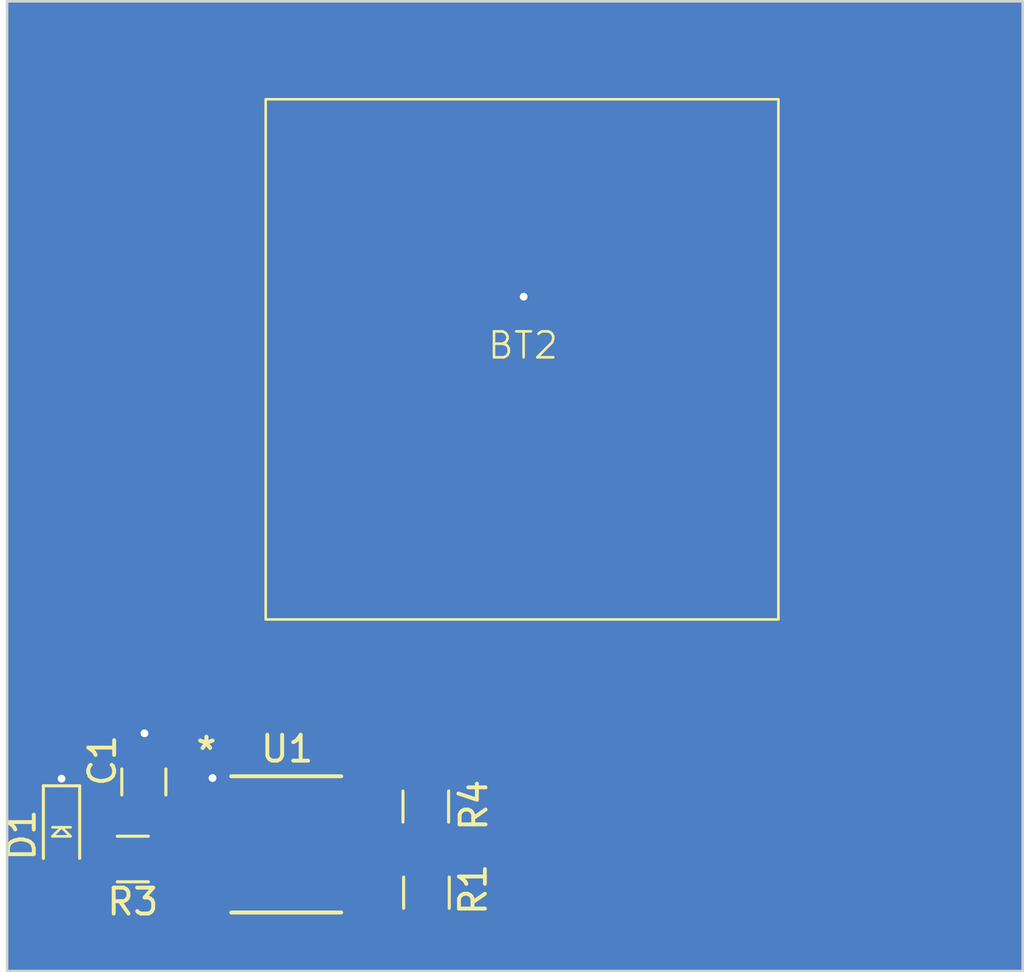
<source format=kicad_pcb>
(kicad_pcb (version 20221018) (generator pcbnew)
  (layers (0 "F.Cu" signal) (31 "B.Cu" signal) (34 "B.Paste" user) (35 "F.Paste" user) (36 "B.SilkS" user "B.Silkscreen") (37 "F.SilkS" user "F.Silkscreen") (38 "B.Mask" user) (39 "F.Mask" user) (44 "Edge.Cuts" user))
  (net 0 "")
  (net 1 "/Battery_Cell/Battery_+")
  (net 2 "GND")
  (net 3 "Net-(U1-THR)")
  (net 4 "Net-(D1-A)")
  (net 5 "Net-(U1-DIS)")
  (net 6 "Net-(U1-OUT)")
  (footprint "footprints:7555" (layer "F.Cu") (at 143.1668 100.0361)
    (fp_text reference "U1" (at 0.0332 -3.6861 unlocked) (layer "F.SilkS"))
    (fp_text value "7555")
    (fp_text user "*" (at -3.07975 -3.6068) (layer "F.SilkS"))
    (fp_text user "*" (at -3.07975 -3.6068 unlocked) (layer "F.SilkS"))
    (fp_line (start -2.1209 2.6289) (end 2.1209 2.6289) (stroke (width 0.1524)) (layer "F.SilkS"))
    (fp_line (start 2.1209 -2.6289) (end -2.1209 -2.6289) (stroke (width 0.1524)) (layer "F.SilkS"))
    (pad "1" smd rect (at -2.82575 -1.905) (size 1.6637 0.5588) (layers "F.Cu" "F.Paste" "F.Mask") (net 2 "GND"))
    (pad "2" smd rect (at -2.82575 -0.635) (size 1.6637 0.5588) (layers "F.Cu" "F.Paste" "F.Mask") (net 3 "Net-(U1-THR)"))
    (pad "3" smd rect (at -2.82575 0.635) (size 1.6637 0.5588) (layers "F.Cu" "F.Paste" "F.Mask") (net 6 "Net-(U1-OUT)"))
    (pad "4" smd rect (at -2.82575 1.905) (size 1.6637 0.5588) (layers "F.Cu" "F.Paste" "F.Mask") (net 1 "/Battery_Cell/Battery_+"))
    (pad "5" smd rect (at 2.82575 1.905) (size 1.6637 0.5588) (layers "F.Cu" "F.Paste" "F.Mask"))
    (pad "6" smd rect (at 2.82575 0.635) (size 1.6637 0.5588) (layers "F.Cu" "F.Paste" "F.Mask") (net 3 "Net-(U1-THR)"))
    (pad "7" smd rect (at 2.82575 -0.635) (size 1.6637 0.5588) (layers "F.Cu" "F.Paste" "F.Mask") (net 5 "Net-(U1-DIS)"))
    (pad "8" smd rect (at 2.82575 -1.905) (size 1.6637 0.5588) (layers "F.Cu" "F.Paste" "F.Mask") (net 1 "/Battery_Cell/Battery_+"))
  )
  (footprint "footprints:R_0805_OEM" (layer "F.Cu") (at 148.55 98.575 -90)
    (fp_text reference "R4" (at -0.05 -1.85 90) (layer "F.SilkS"))
    (fp_text value "R_1K" hide)
    (fp_line (start -0.6 -0.88) (end 0.6 -0.88) (stroke (width 0.12)) (layer "F.SilkS"))
    (fp_line (start 0.6 0.88) (end -0.6 0.88) (stroke (width 0.12)) (layer "F.SilkS"))
    (pad "1" smd rect (at -0.95 0 270) (size 0.7 1.3) (layers "F.Cu" "F.Paste" "F.Mask") (net 1 "/Battery_Cell/Battery_+"))
    (pad "2" smd rect (at 0.95 0 270) (size 0.7 1.3) (layers "F.Cu" "F.Paste" "F.Mask") (net 5 "Net-(U1-DIS)"))
  )
  (footprint "footprints:R_0805_OEM" (layer "F.Cu") (at 137.25 100.6 180)
    (fp_text reference "R3" (at 0 -1.65) (layer "F.SilkS"))
    (fp_text value "R_1K" hide)
    (fp_line (start -0.6 -0.88) (end 0.6 -0.88) (stroke (width 0.12)) (layer "F.SilkS"))
    (fp_line (start 0.6 0.88) (end -0.6 0.88) (stroke (width 0.12)) (layer "F.SilkS"))
    (pad "1" smd rect (at -0.95 0 180) (size 0.7 1.3) (layers "F.Cu" "F.Paste" "F.Mask") (net 6 "Net-(U1-OUT)"))
    (pad "2" smd rect (at 0.95 0 180) (size 0.7 1.3) (layers "F.Cu" "F.Paste" "F.Mask") (net 4 "Net-(D1-A)"))
  )
  (footprint "footprints:LED_0805_OEM" (layer "F.Cu") (at 134.5 99.575 -90)
    (fp_text reference "D1" (at 0.1 1.525 -90) (layer "F.SilkS"))
    (fp_text value "LED_0805" hide)
    (fp_line (start -1.8 -0.7) (end -1.8 0.7) (stroke (width 0.12)) (layer "F.SilkS"))
    (fp_line (start -1.8 -0.7) (end 1 -0.7) (stroke (width 0.12)) (layer "F.SilkS"))
    (fp_line (start -1.8 0.7) (end 1 0.7) (stroke (width 0.12)) (layer "F.SilkS"))
    (fp_line (start -0.2 0) (end -0.2 -0.35) (stroke (width 0.1)) (layer "F.SilkS"))
    (fp_line (start -0.2 0) (end 0.1 -0.3) (stroke (width 0.1)) (layer "F.SilkS"))
    (fp_line (start -0.2 0.35) (end -0.2 0) (stroke (width 0.1)) (layer "F.SilkS"))
    (fp_line (start 0.1 -0.3) (end 0.15 -0.35) (stroke (width 0.1)) (layer "F.SilkS"))
    (fp_line (start 0.15 -0.35) (end 0.15 0.3) (stroke (width 0.1)) (layer "F.SilkS"))
    (fp_line (start 0.15 0.3) (end 0.15 0.35) (stroke (width 0.1)) (layer "F.SilkS"))
    (fp_line (start 0.15 0.35) (end -0.2 0) (stroke (width 0.1)) (layer "F.SilkS"))
    (fp_line (start 0.15 0.35) (end 0.15 0.3) (stroke (width 0.1)) (layer "F.SilkS"))
    (pad "1" smd rect (at -1.1 0 90) (size 1.2 1.2) (layers "F.Cu" "F.Paste" "F.Mask") (net 2 "GND"))
    (pad "2" smd rect (at 1.1 0 90) (size 1.2 1.2) (layers "F.Cu" "F.Paste" "F.Mask") (net 4 "Net-(D1-A)"))
  )
  (footprint "footprints:R_0805_OEM" (layer "F.Cu") (at 148.575 101.9 -90)
    (fp_text reference "R1" (at -0.125 -1.8 90) (layer "F.SilkS"))
    (fp_text value "470K" hide)
    (fp_line (start -0.6 -0.88) (end 0.6 -0.88) (stroke (width 0.12)) (layer "F.SilkS"))
    (fp_line (start 0.6 0.88) (end -0.6 0.88) (stroke (width 0.12)) (layer "F.SilkS"))
    (pad "1" smd rect (at -0.95 0 270) (size 0.7 1.3) (layers "F.Cu" "F.Paste" "F.Mask") (net 5 "Net-(U1-DIS)"))
    (pad "2" smd rect (at 0.95 0 270) (size 0.7 1.3) (layers "F.Cu" "F.Paste" "F.Mask") (net 3 "Net-(U1-THR)"))
  )
  (footprint "footprints:C_0805_OEM" (layer "F.Cu") (at 137.675 97.625 90)
    (fp_text reference "C1" (at 0.825 -1.6 90) (layer "F.SilkS"))
    (fp_text value "C_1uF" hide)
    (fp_line (start -0.5 0.85) (end 0.5 0.85) (stroke (width 0.12)) (layer "F.SilkS"))
    (fp_line (start 0.5 -0.85) (end -0.5 -0.85) (stroke (width 0.12)) (layer "F.SilkS"))
    (pad "1" smd rect (at -1 0 90) (size 1 1.25) (layers "F.Cu" "F.Paste" "F.Mask") (net 3 "Net-(U1-THR)"))
    (pad "2" smd rect (at 1 0 90) (size 1 1.25) (layers "F.Cu" "F.Paste" "F.Mask") (net 2 "GND"))
  )
  (footprint "OEM:Battery Cell" (layer "F.Cu") (at 152.3 81.28)
    (fp_text reference "BT2" (at 0 -0.5 unlocked) (layer "F.SilkS") (effects (font (thickness 0.1))))
    (fp_text value "Battery_Cell")
    (fp_rect (start -9.925 -10) (end 9.85 10.075) (stroke (width 0.1)) (fill none) (layer "F.SilkS"))
    (pad "1" smd roundrect (at -12.8 0) (size 5.5 5.5) (layers "F.Cu" "F.Paste" "F.Mask") (net 1 "/Battery_Cell/Battery_+"))
    (pad "2" smd roundrect (at 12.8 0) (size 5.5 5.5) (layers "F.Cu" "F.Paste" "F.Mask") (net 1 "/Battery_Cell/Battery_+"))
    (pad "3" smd roundrect (at 0 0) (size 4 4) (layers "F.Cu" "F.Paste" "F.Mask") (net 2 "GND"))
  )
  (gr_rect (start 132.4 67.5) (end 171.575 104.925) (stroke (width 0.1)) (fill none) (layer "Edge.Cuts"))
  (segment (start 141.92695 103.527) (end 149.523 103.527) (width 0.254) (layer "F.Cu") (net 1))
  (segment (start 140.34105 101.9411) (end 141.92695 103.527) (width 0.254) (layer "F.Cu") (net 1))
  (segment (start 149.552 103.498) (end 149.552 98.873) (width 0.254) (layer "F.Cu") (net 1))
  (segment (start 148.755 97.625) (end 165.1 81.28) (width 0.254) (layer "F.Cu") (net 1))
  (segment (start 148.8101 98.1311) (end 145.99255 98.1311) (width 0.254) (layer "F.Cu") (net 1))
  (segment (start 145.99255 87.77255) (end 139.5 81.28) (width 0.254) (layer "F.Cu") (net 1))
  (segment (start 149.552 98.873) (end 148.8101 98.1311) (width 0.254) (layer "F.Cu") (net 1))
  (segment (start 148.55 97.625) (end 146.49865 97.625) (width 0.254) (layer "F.Cu") (net 1))
  (segment (start 149.523 103.527) (end 149.552 103.498) (width 0.254) (layer "F.Cu") (net 1))
  (segment (start 145.99255 98.1311) (end 145.99255 87.77255) (width 0.254) (layer "F.Cu") (net 1))
  (segment (start 146.49865 97.625) (end 145.99255 98.1311) (width 0.254) (layer "F.Cu") (net 1))
  (segment (start 148.55 97.625) (end 148.755 97.625) (width 0.254) (layer "F.Cu") (net 1))
  (segment (start 152.325 81.255) (end 152.3 81.28) (width 0.254) (layer "F.Cu") (net 2))
  (segment (start 134.5 98.475) (end 134.5 97.5) (width 0.254) (layer "F.Cu") (net 2))
  (segment (start 140.34105 98.1311) (end 140.34105 97.49105) (width 0.254) (layer "F.Cu") (net 2))
  (segment (start 137.7 95.75) (end 137.7 96.6) (width 0.254) (layer "F.Cu") (net 2))
  (segment (start 140.34105 97.49105) (end 140.325 97.475) (width 0.254) (layer "F.Cu") (net 2))
  (segment (start 152.325 78.9) (end 152.325 81.255) (width 0.254) (layer "F.Cu") (net 2))
  (segment (start 137.7 96.6) (end 137.675 96.625) (width 0.254) (layer "F.Cu") (net 2))
  (via (at 140.325 97.475) (size 0.7) (drill 0.3) (layers "F.Cu" "B.Cu") (net 2))
  (via (at 152.325 78.9) (size 0.7) (drill 0.3) (layers "F.Cu" "B.Cu") (net 2))
  (via (at 137.7 95.75) (size 0.7) (drill 0.3) (layers "F.Cu" "B.Cu") (net 2))
  (via (at 134.5 97.5) (size 0.7) (drill 0.3) (layers "F.Cu" "B.Cu") (net 2))
  (segment (start 145.4401 100.6711) (end 144.1701 99.4011) (width 0.1524) (layer "F.Cu") (net 3))
  (segment (start 148.575 102.85) (end 146.3961 100.6711) (width 0.1524) (layer "F.Cu") (net 3))
  (segment (start 144.1701 99.4011) (end 140.34105 99.4011) (width 0.1524) (layer "F.Cu") (net 3))
  (segment (start 140.34105 99.4011) (end 138.4511 99.4011) (width 0.1524) (layer "F.Cu") (net 3))
  (segment (start 138.4511 99.4011) (end 137.675 98.625) (width 0.1524) (layer "F.Cu") (net 3))
  (segment (start 146.3961 100.6711) (end 145.99255 100.6711) (width 0.1524) (layer "F.Cu") (net 3))
  (segment (start 145.99255 100.6711) (end 145.4401 100.6711) (width 0.1524) (layer "F.Cu") (net 3))
  (segment (start 136.3 100.6) (end 134.575 100.6) (width 0.1524) (layer "F.Cu") (net 4))
  (segment (start 134.575 100.6) (end 134.5 100.675) (width 0.1524) (layer "F.Cu") (net 4))
  (segment (start 148.55 99.525) (end 146.11645 99.525) (width 0.1524) (layer "F.Cu") (net 5))
  (segment (start 148.4261 99.4011) (end 148.55 99.525) (width 0.254) (layer "F.Cu") (net 5))
  (segment (start 148.55 99.525) (end 148.55 100.925) (width 0.1524) (layer "F.Cu") (net 5))
  (segment (start 148.55 100.925) (end 148.575 100.95) (width 0.254) (layer "F.Cu") (net 5))
  (segment (start 146.11645 99.525) (end 145.99255 99.4011) (width 0.254) (layer "F.Cu") (net 5))
  (segment (start 138.2 100.6) (end 140.26995 100.6) (width 0.1524) (layer "F.Cu") (net 6))
  (segment (start 140.26995 100.6) (end 140.34105 100.6711) (width 0.1524) (layer "F.Cu") (net 6))
  (zone (net 2) (net_name "GND") (layer "B.Cu") (connect_pads (clearance 0.5)) (min_thickness 0.25) (fill yes (thermal_gap 0.5) (thermal_bridge_width 0.5))
    (polygon (pts (xy 132.425 67.525) (xy 171.575 67.5) (xy 171.575 104.925) (xy 132.4 104.9) (xy 132.4 67.525)))
  )
)
</source>
